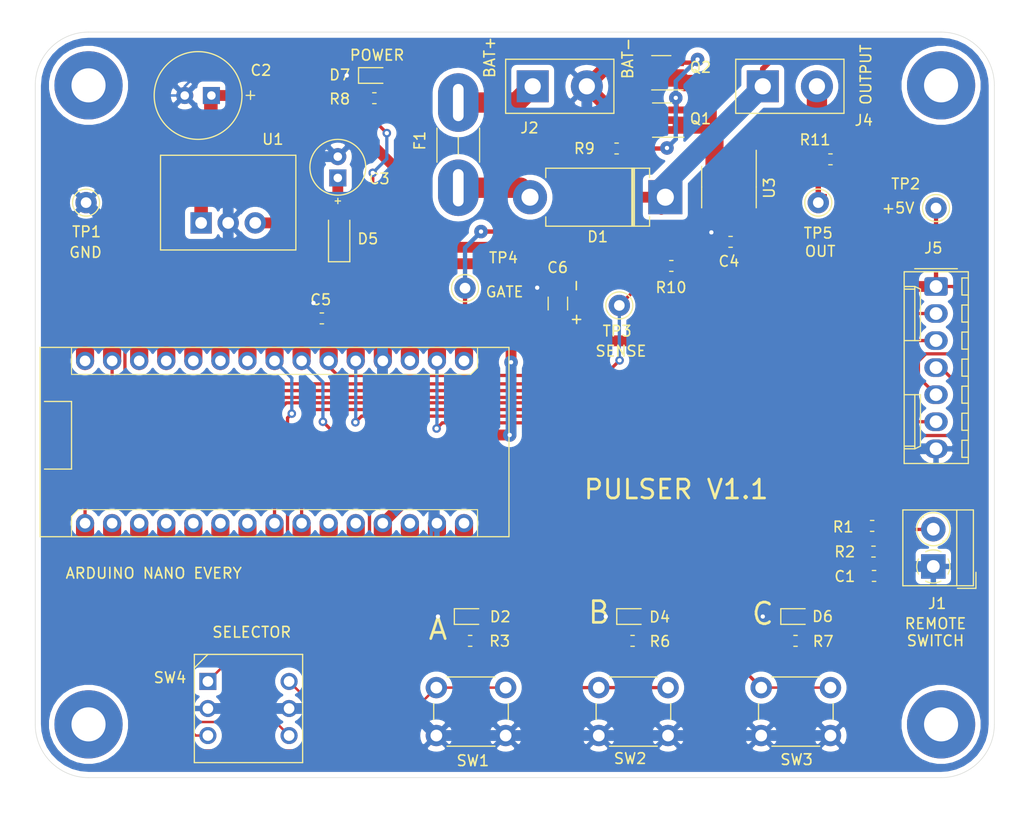
<source format=kicad_pcb>
(kicad_pcb (version 20171130) (host pcbnew "(5.1.6)-1")
  (layers (0 F.Cu signal) (31 B.Cu signal) (34 B.Paste user) (35 F.Paste user) (36 B.SilkS user) (37 F.SilkS user) (38 B.Mask user) (39 F.Mask user) (44 Edge.Cuts user))
  (net 0 "")
  (net 1 /GATE)
  (net 2 GND)
  (net 3 +5V)
  (net 4 "Net-(Q1-Pad1)")
  (net 5 /SENSE)
  (net 6 "Net-(D2-Pad2)")
  (net 7 "Net-(D4-Pad2)")
  (net 8 "Net-(D6-Pad2)")
  (net 9 "Net-(D1-Pad2)")
  (net 10 "Net-(F1-Pad1)")
  (net 11 "Net-(D7-Pad2)")
  (net 12 /LED1)
  (net 13 /LED2)
  (net 14 /LED3)
  (net 15 /ROT2)
  (net 16 /ROT8)
  (net 17 /ROT4)
  (net 18 /ROT1)
  (net 19 /SW1)
  (net 20 /SW2)
  (net 21 /SW3)
  (net 22 "Net-(C1-Pad2)")
  (net 23 "Net-(R10-Pad2)")
  (net 24 /REMOTE)
  (net 25 "Net-(J4-Pad2)")
  (net 26 /+24V)
  (net 27 "Net-(C3-Pad1)")
  (net 28 /EXT5)
  (net 29 /EXT4)
  (net 30 /EXT3)
  (net 31 /EXT2)
  (net 32 /EXT1)
  (net 33 "Net-(U2-Pad13)")
  (net 34 "Net-(U2-Pad2)")
  (net 35 "Net-(U2-Pad15)")
  (net 36 "Net-(U2-Pad28)")
  (net 37 "Net-(U2-Pad27)")
  (net 38 "Net-(U2-Pad26)")
  (net 39 "Net-(U2-Pad25)")
  (net 40 "Net-(U2-Pad24)")
  (net 41 "Net-(U2-Pad18)")
  (module pulsar:C_1206_3216Metric_Pad1.42x1.75mm_HandSolder (layer F.Cu) (at 109.0422 105.4862 90)
    (fp_text reference C6 (at 3.3782 -0.0254 180) (layer F.SilkS))
    (fp_text value "10u, 10V")
    (fp_text user - (at 1.67894 1.65608 90) (layer F.SilkS))
    (fp_text user + (at -1.49352 1.68148 90) (layer F.SilkS))
    (pad 2 smd roundrect (at 1.4875 0 90) (size 1.425 1.75) (layers F.Cu F.Paste F.Mask) (roundrect_rratio 0.175439) (net 2 GND))
    (pad 1 smd roundrect (at -1.4875 0 90) (size 1.425 1.75) (layers F.Cu F.Paste F.Mask) (roundrect_rratio 0.175439) (net 3 +5V))
  )
  (module pulsar:NANO_33_Socket_Castell (layer F.Cu) (at 82.454 118.491)
    (fp_text reference U2)
    (fp_text value Arduino-NANO-EVERY)
    (pad 11 smd oval (at 7.62 8.255 90) (size 3 1.7) (layers F.Cu F.Mask) (net 21 /SW3))
    (pad 3 smd oval (at -12.7 8.255 90) (size 3 1.7) (layers F.Cu F.Mask) (net 19 /SW1))
    (pad 5 smd oval (at -7.62 8.255 90) (size 3 1.7) (layers F.Cu F.Mask) (net 17 /ROT4))
    (pad 13 smd oval (at 12.7 8.255 90) (size 3 1.7) (layers F.Cu F.Mask) (net 33 "Net-(U2-Pad13)"))
    (pad 12 smd oval (at 10.16 8.255 90) (size 2.999999 1.7) (layers F.Cu F.Mask) (net 3 +5V))
    (pad 13 thru_hole oval (at 12.7 7.62 90) (size 1.7 1.7) (drill 1) (layers *.Cu *.Mask) (net 33 "Net-(U2-Pad13)"))
    (pad 9 thru_hole oval (at 2.54 7.62 90) (size 1.7 1.7) (drill 1) (layers *.Cu *.Mask) (net 29 /EXT4))
    (pad 8 thru_hole oval (at 0 7.62 90) (size 1.7 1.7) (drill 1) (layers *.Cu *.Mask) (net 30 /EXT3))
    (pad 1 smd oval (at -17.78 8.255 90) (size 3 1.7) (layers F.Cu F.Mask) (net 28 /EXT5))
    (pad 14 smd oval (at 15.24 8.255 90) (size 3 1.7) (layers F.Cu F.Mask) (net 2 GND))
    (pad 7 thru_hole oval (at -2.54 7.62 90) (size 1.7 1.7) (drill 1) (layers *.Cu *.Mask) (net 18 /ROT1))
    (pad 4 smd oval (at -10.16 8.255 90) (size 3 1.7) (layers F.Cu F.Mask) (net 16 /ROT8))
    (pad 10 thru_hole oval (at 5.08 7.62 90) (size 1.7 1.7) (drill 1) (layers *.Cu *.Mask) (net 20 /SW2))
    (pad 11 thru_hole oval (at 7.62 7.62 90) (size 1.7 1.7) (drill 1) (layers *.Cu *.Mask) (net 21 /SW3))
    (pad 10 smd oval (at 5.08 8.255 90) (size 3 1.7) (layers F.Cu F.Mask) (net 20 /SW2))
    (pad 9 smd oval (at 2.54 8.255 90) (size 3 1.7) (layers F.Cu F.Mask) (net 29 /EXT4))
    (pad 6 thru_hole oval (at -5.08 7.62 90) (size 1.7 1.7) (drill 1) (layers *.Cu *.Mask) (net 15 /ROT2))
    (pad 14 thru_hole oval (at 15.24 7.62 90) (size 1.7 1.7) (drill 1) (layers *.Cu *.Mask) (net 2 GND))
    (pad 5 thru_hole oval (at -7.62 7.62 90) (size 1.7 1.7) (drill 1) (layers *.Cu *.Mask) (net 17 /ROT4))
    (pad 4 thru_hole oval (at -10.16 7.62 90) (size 1.7 1.7) (drill 1) (layers *.Cu *.Mask) (net 16 /ROT8))
    (pad 3 thru_hole oval (at -12.7 7.62 90) (size 1.7 1.7) (drill 1) (layers *.Cu *.Mask) (net 19 /SW1))
    (pad 2 thru_hole oval (at -15.24 7.62 90) (size 1.7 1.7) (drill 1) (layers *.Cu *.Mask) (net 34 "Net-(U2-Pad2)"))
    (pad 1 thru_hole circle (at -17.78 7.62 90) (size 1.7 1.7) (drill 1) (layers *.Cu *.Mask) (net 28 /EXT5))
    (pad 7 smd oval (at -2.54 8.255 90) (size 3 1.7) (layers F.Cu F.Mask) (net 18 /ROT1))
    (pad 15 thru_hole oval (at 17.78 7.62 90) (size 1.7 1.7) (drill 1) (layers *.Cu *.Mask) (net 35 "Net-(U2-Pad15)"))
    (pad 6 smd oval (at -5.08 8.255 90) (size 3 1.7) (layers F.Cu F.Mask) (net 15 /ROT2))
    (pad 12 thru_hole oval (at 10.16 7.62 90) (size 1.7 1.7) (drill 1) (layers *.Cu *.Mask) (net 3 +5V))
    (pad 8 smd oval (at 0 8.255 90) (size 3 1.7) (layers F.Cu F.Mask) (net 30 /EXT3))
    (pad 15 smd oval (at 17.78 8.255 90) (size 3 1.7) (layers F.Cu F.Mask) (net 35 "Net-(U2-Pad15)"))
    (pad 2 smd oval (at -15.24 8.255 90) (size 3 1.7) (layers F.Cu F.Mask) (net 34 "Net-(U2-Pad2)"))
    (pad 30 smd oval (at -17.78 -8.255 270) (size 3 1.7) (layers F.Cu F.Mask) (net 32 /EXT1))
    (pad 29 smd oval (at -15.24 -8.255 270) (size 3 1.7) (layers F.Cu F.Mask) (net 31 /EXT2))
    (pad 28 smd oval (at -12.7 -8.255 270) (size 3 1.7) (layers F.Cu F.Mask) (net 36 "Net-(U2-Pad28)"))
    (pad 27 smd oval (at -10.16 -8.255 270) (size 3 1.7) (layers F.Cu F.Mask) (net 37 "Net-(U2-Pad27)"))
    (pad 26 smd oval (at -7.62 -8.255 270) (size 3 1.7) (layers F.Cu F.Mask) (net 38 "Net-(U2-Pad26)"))
    (pad 25 smd oval (at -5.08 -8.255 270) (size 3 1.7) (layers F.Cu F.Mask) (net 39 "Net-(U2-Pad25)"))
    (pad 24 smd oval (at -2.54 -8.255 270) (size 3 1.7) (layers F.Cu F.Mask) (net 40 "Net-(U2-Pad24)"))
    (pad 23 smd oval (at 0 -8.255 270) (size 3 1.7) (layers F.Cu F.Mask) (net 12 /LED1))
    (pad 22 smd oval (at 2.54 -8.255 270) (size 3 1.7) (layers F.Cu F.Mask) (net 13 /LED2))
    (pad 21 smd oval (at 5.08 -8.255 270) (size 3 1.7) (layers F.Cu F.Mask) (net 5 /SENSE))
    (pad 20 smd oval (at 7.62 -8.255 270) (size 3 1.7) (layers F.Cu F.Mask) (net 24 /REMOTE))
    (pad 19 smd oval (at 10.16 -8.255 270) (size 3 1.7) (layers F.Cu F.Mask) (net 2 GND))
    (pad 18 smd oval (at 12.7 -8.255 270) (size 3 1.7) (layers F.Cu F.Mask) (net 41 "Net-(U2-Pad18)"))
    (pad 17 smd oval (at 15.24 -8.255 270) (size 3 1.7) (layers F.Cu F.Mask) (net 14 /LED3))
    (pad 16 smd oval (at 17.78 -8.255 270) (size 3 1.7) (layers F.Cu F.Mask) (net 1 /GATE))
    (pad 16 thru_hole circle (at 17.78 -7.62 270) (size 1.7 1.7) (drill 1) (layers *.Cu *.Mask) (net 1 /GATE))
    (pad 17 thru_hole oval (at 15.24 -7.62 270) (size 1.7 1.7) (drill 1) (layers *.Cu *.Mask) (net 14 /LED3))
    (pad 18 thru_hole oval (at 12.7 -7.62 270) (size 1.7 1.7) (drill 1) (layers *.Cu *.Mask) (net 41 "Net-(U2-Pad18)"))
    (pad 19 thru_hole oval (at 10.16 -7.62 270) (size 1.7 1.7) (drill 1) (layers *.Cu *.Mask) (net 2 GND))
    (pad 20 thru_hole oval (at 7.62 -7.62 270) (size 1.7 1.7) (drill 1) (layers *.Cu *.Mask) (net 24 /REMOTE))
    (pad 21 thru_hole oval (at 5.08 -7.62 270) (size 1.7 1.7) (drill 1) (layers *.Cu *.Mask) (net 5 /SENSE))
    (pad 22 thru_hole oval (at 2.54 -7.62 270) (size 1.7 1.7) (drill 1) (layers *.Cu *.Mask) (net 13 /LED2))
    (pad 23 thru_hole oval (at 0 -7.62 270) (size 1.7 1.7) (drill 1) (layers *.Cu *.Mask) (net 12 /LED1))
    (pad 24 thru_hole oval (at -2.54 -7.62 270) (size 1.7 1.7) (drill 1) (layers *.Cu *.Mask) (net 40 "Net-(U2-Pad24)"))
    (pad 25 thru_hole oval (at -5.08 -7.62 270) (size 1.7 1.7) (drill 1) (layers *.Cu *.Mask) (net 39 "Net-(U2-Pad25)"))
    (pad 26 thru_hole oval (at -7.62 -7.62 270) (size 1.7 1.7) (drill 1) (layers *.Cu *.Mask) (net 38 "Net-(U2-Pad26)"))
    (pad 27 thru_hole oval (at -10.16 -7.62 270) (size 1.7 1.7) (drill 1) (layers *.Cu *.Mask) (net 37 "Net-(U2-Pad27)"))
    (pad 28 thru_hole oval (at -12.7 -7.62 270) (size 1.7 1.7) (drill 1) (layers *.Cu *.Mask) (net 36 "Net-(U2-Pad28)"))
    (pad 29 thru_hole oval (at -15.24 -7.62 270) (size 1.7 1.7) (drill 1) (layers *.Cu *.Mask) (net 31 /EXT2))
    (pad 30 thru_hole oval (at -17.78 -7.62 270) (size 1.7 1.7) (drill 1) (layers *.Cu *.Mask) (net 32 /EXT1))
  )
  (module Diode_SMD:D_SOD-123 (layer F.Cu) (at 88.519 99.314 90)
    (fp_text reference D5 (at -0.1016 2.6924 180) (layer F.SilkS))
    (fp_text value MBRX120LF-TP)
    (pad 2 smd rect (at 1.65 0 90) (size 0.9 1.2) (layers F.Cu F.Paste F.Mask) (net 27 "Net-(C3-Pad1)"))
    (pad 1 smd rect (at -1.65 0 90) (size 0.9 1.2) (layers F.Cu F.Paste F.Mask) (net 3 +5V))
  )
  (module Button_Switch_THT:SW_PUSH_6mm (layer F.Cu) (at 104.14 146.05 180)
    (fp_text reference SW1 (at 3.0734 -2.3622) (layer F.SilkS))
    (fp_text value SW_Push)
    (pad 1 thru_hole circle (at 6.5 0 270) (size 2 2) (drill 1.1) (layers *.Cu *.Mask) (net 2 GND))
    (pad 2 thru_hole circle (at 6.5 4.5 270) (size 2 2) (drill 1.1) (layers *.Cu *.Mask) (net 19 /SW1))
    (pad 1 thru_hole circle (at 0 0 270) (size 2 2) (drill 1.1) (layers *.Cu *.Mask) (net 2 GND))
    (pad 2 thru_hole circle (at 0 4.5 270) (size 2 2) (drill 1.1) (layers *.Cu *.Mask) (net 19 /SW1))
  )
  (module pulsar:Fuse_Blade_Mini_directSolder (layer F.Cu) (at 99.695 86.615 270)
    (fp_text reference F1 (at 3.5804 3.6068 270) (layer F.SilkS))
    (fp_text value 10A)
    (pad 1 thru_hole oval (at 0 0 270) (size 5.5 3.8) (drill oval 3.5 1) (layers *.Cu *.Mask) (net 10 "Net-(F1-Pad1)"))
    (pad 2 thru_hole oval (at 8 0 270) (size 5.3 3.8) (drill oval 3.5 1) (layers *.Cu *.Mask) (net 9 "Net-(D1-Pad2)"))
  )
  (module pulsar:TerminalBlock_bornier-2_P5.08mm (layer F.Cu) (at 106.68 85.09)
    (fp_text reference J2 (at -0.3048 3.9116) (layer F.SilkS))
    (fp_text value Screw_Terminal_01x02)
    (pad 1 thru_hole rect (at 0 0) (size 3 3) (drill 1.52) (layers *.Cu *.Mask) (net 10 "Net-(F1-Pad1)"))
    (pad 2 thru_hole circle (at 5.08 0) (size 3 3) (drill 1.52) (layers *.Cu *.Mask) (net 2 GND))
  )
  (module pulsar:TerminalBlock_bornier-2_P5.08mm (layer F.Cu) (at 128.27 85.09)
    (fp_text reference J4 (at 9.4742 3.2004) (layer F.SilkS))
    (fp_text value Screw_Terminal_01x02)
    (pad 1 thru_hole rect (at 0 0) (size 3 3) (drill 1.52) (layers *.Cu *.Mask) (net 26 /+24V))
    (pad 2 thru_hole circle (at 5.08 0) (size 3 3) (drill 1.52) (layers *.Cu *.Mask) (net 25 "Net-(J4-Pad2)"))
  )
  (module Resistor_SMD:R_0603_1608Metric (layer F.Cu) (at 134.62 91.948 180)
    (fp_text reference R11 (at 1.4478 1.8288) (layer F.SilkS))
    (fp_text value 5K)
    (pad 2 smd roundrect (at 0.7875 0 180) (size 0.875 0.95) (layers F.Cu F.Paste F.Mask) (net 26 /+24V))
    (pad 1 smd roundrect (at -0.7875 0 180) (size 0.875 0.95) (layers F.Cu F.Paste F.Mask) (net 25 "Net-(J4-Pad2)"))
  )
  (module pulsar:CP_Radial_D5.0mm_P2.00mm (layer F.Cu) (at 88.392 93.694 90)
    (fp_text reference C3 (at -0.0828 3.8862 180) (layer F.SilkS))
    (fp_text value "22u 10V")
    (pad 1 thru_hole rect (at 0 0 90) (size 1.6 1.6) (drill 0.8) (layers *.Cu *.Mask) (net 27 "Net-(C3-Pad1)"))
    (pad 2 thru_hole circle (at 2 0 90) (size 1.6 1.6) (drill 0.8) (layers *.Cu *.Mask) (net 2 GND))
  )
  (module pulsar:CP_Radial_D8.0mm_P2.50mm (layer F.Cu) (at 76.5302 85.9536 180)
    (fp_text reference C2 (at -4.6482 2.3622) (layer F.SilkS))
    (fp_text value "10u 50V")
    (pad 1 thru_hole rect (at 0 0 180) (size 1.6 1.6) (drill 0.8) (layers *.Cu *.Mask) (net 26 /+24V))
    (pad 2 thru_hole circle (at 2.5 0 180) (size 1.6 1.6) (drill 0.8) (layers *.Cu *.Mask) (net 2 GND))
  )
  (module pulsar:MountingHole (layer F.Cu) (at 65 85)
    (fp_text reference H4 hide)
    (fp_text value MountingHole)
    (pad 1 thru_hole circle (at 0 0) (size 6.4 6.4) (drill 3.2) (layers *.Cu *.Mask))
  )
  (module pulsar:MountingHole (layer F.Cu) (at 145 85)
    (fp_text reference H3 hide)
    (fp_text value MountingHole)
    (pad 1 thru_hole circle (at 0 0) (size 6.4 6.4) (drill 3.2) (layers *.Cu *.Mask))
  )
  (module pulsar:MountingHole (layer F.Cu) (at 145 145)
    (fp_text reference H2 hide)
    (fp_text value MountingHole)
    (pad 1 thru_hole circle (at 0 0) (size 6.4 6.4) (drill 3.2) (layers *.Cu *.Mask))
  )
  (module pulsar:MountingHole (layer F.Cu) (at 65 145)
    (fp_text reference H1 hide)
    (fp_text value MountingHole)
    (pad 1 thru_hole circle (at 0 0) (size 6.4 6.4) (drill 3.2) (layers *.Cu *.Mask))
  )
  (module pulsar:DC_DC (layer F.Cu) (at 75.565 97.917)
    (fp_text reference U1 (at 6.731 -7.8486) (layer F.SilkS))
    (fp_text value P78E05-1000)
    (pad 3 thru_hole circle (at 5.08 0) (size 2 2) (drill 1.1) (layers *.Cu *.Mask) (net 27 "Net-(C3-Pad1)"))
    (pad 2 thru_hole circle (at 2.54 0) (size 2 2) (drill 1.1) (layers *.Cu *.Mask) (net 2 GND))
    (pad 1 thru_hole rect (at 0 0) (size 2 2) (drill 1.1) (layers *.Cu *.Mask) (net 26 /+24V))
  )
  (module Diode_THT:D_DO-201AD_P12.70mm_Horizontal (layer F.Cu) (at 119.126 95.504 180)
    (fp_text reference D1 (at 6.35 -3.72) (layer F.SilkS))
    (fp_text value SB2060TA)
    (pad 2 thru_hole oval (at 12.7 0 180) (size 3.2 3.2) (drill 1.6) (layers *.Cu *.Mask) (net 9 "Net-(D1-Pad2)"))
    (pad 1 thru_hole rect (at 0 0 180) (size 3.2 3.2) (drill 1.6) (layers *.Cu *.Mask) (net 26 /+24V))
  )
  (module Package_SO:SOIC-8_3.9x4.9mm_P1.27mm (layer F.Cu) (at 125.095 94.55 270)
    (fp_text reference U3 (at 0.0904 -3.7846 90) (layer F.SilkS))
    (fp_text value ACS723LLCTR-10AU-T)
    (pad 8 smd roundrect (at 2.475 -1.905 270) (size 1.95 0.6) (layers F.Cu F.Paste F.Mask) (net 3 +5V))
    (pad 7 smd roundrect (at 2.475 -0.635 270) (size 1.95 0.6) (layers F.Cu F.Paste F.Mask) (net 23 "Net-(R10-Pad2)"))
    (pad 6 smd roundrect (at 2.475 0.635 270) (size 1.95 0.6) (layers F.Cu F.Paste F.Mask) (net 3 +5V))
    (pad 5 smd roundrect (at 2.475 1.905 270) (size 1.95 0.6) (layers F.Cu F.Paste F.Mask) (net 2 GND))
    (pad 4 smd roundrect (at -2.475 1.905 270) (size 1.95 0.6) (layers F.Cu F.Paste F.Mask) (net 4 "Net-(Q1-Pad1)"))
    (pad 3 smd roundrect (at -2.475 0.635 270) (size 1.95 0.6) (layers F.Cu F.Paste F.Mask) (net 4 "Net-(Q1-Pad1)"))
    (pad 2 smd roundrect (at -2.475 -0.635 270) (size 1.95 0.6) (layers F.Cu F.Paste F.Mask) (net 25 "Net-(J4-Pad2)"))
    (pad 1 smd roundrect (at -2.475 -1.905 270) (size 1.95 0.6) (layers F.Cu F.Paste F.Mask) (net 25 "Net-(J4-Pad2)"))
  )
  (module pulsar:TERMINAL_SMALL (layer F.Cu) (at 144.272 130.175 90)
    (fp_text reference J1 (at -3.4798 0.3556) (layer F.SilkS))
    (fp_text value Screw_Terminal_01x02)
    (pad 2 thru_hole circle (at 3.5 0 90) (size 2.3 2.3) (drill 1.2) (layers *.Cu *.Mask) (net 22 "Net-(C1-Pad2)"))
    (pad 1 thru_hole rect (at 0 0 90) (size 2.3 2.3) (drill 1.2) (layers *.Cu *.Mask) (net 2 GND))
  )
  (module Capacitor_SMD:C_0603_1608Metric (layer F.Cu) (at 125.2475 99.695 180)
    (fp_text reference C4 (at 0.1525 -1.8288) (layer F.SilkS))
    (fp_text value C_Small)
    (pad 2 smd roundrect (at 0.7875 0 180) (size 0.875 0.95) (layers F.Cu F.Paste F.Mask) (net 2 GND))
    (pad 1 smd roundrect (at -0.7875 0 180) (size 0.875 0.95) (layers F.Cu F.Paste F.Mask) (net 3 +5V))
  )
  (module Capacitor_SMD:C_0603_1608Metric (layer F.Cu) (at 138.7095 131.064 180)
    (fp_text reference C1 (at 2.7433 -0.0508) (layer F.SilkS))
    (fp_text value 1u)
    (pad 2 smd roundrect (at 0.7875 0 180) (size 0.875 0.95) (layers F.Cu F.Paste F.Mask) (net 22 "Net-(C1-Pad2)"))
    (pad 1 smd roundrect (at -0.7875 0 180) (size 0.875 0.95) (layers F.Cu F.Paste F.Mask) (net 2 GND))
  )
  (module Connector_Molex:Molex_KK-254_AE-6410-07A_1x07_P2.54mm_Vertical (layer F.Cu) (at 144.526 103.886 270)
    (fp_text reference J5 (at -3.6068 0.254 180) (layer F.SilkS))
    (fp_text value Conn_01x07_Male)
    (pad 7 thru_hole oval (at 15.24 0 270) (size 1.74 2.19) (drill 1.19) (layers *.Cu *.Mask) (net 2 GND))
    (pad 6 thru_hole oval (at 12.7 0 270) (size 1.74 2.19) (drill 1.19) (layers *.Cu *.Mask) (net 28 /EXT5))
    (pad 5 thru_hole oval (at 10.16 0 270) (size 1.74 2.19) (drill 1.19) (layers *.Cu *.Mask) (net 29 /EXT4))
    (pad 4 thru_hole oval (at 7.62 0 270) (size 1.74 2.19) (drill 1.19) (layers *.Cu *.Mask) (net 30 /EXT3))
    (pad 3 thru_hole oval (at 5.08 0 270) (size 1.74 2.19) (drill 1.19) (layers *.Cu *.Mask) (net 31 /EXT2))
    (pad 2 thru_hole oval (at 2.54 0 270) (size 1.74 2.19) (drill 1.19) (layers *.Cu *.Mask) (net 32 /EXT1))
    (pad 1 thru_hole roundrect (at 0 0 270) (size 1.74 2.19) (drill 1.19) (layers *.Cu *.Mask) (roundrect_rratio 0.143678) (net 3 +5V))
  )
  (module Button_Switch_THT:SW_PUSH_6mm (layer F.Cu) (at 134.62 146.05 180)
    (fp_text reference SW3 (at 3.175 -2.2606) (layer F.SilkS))
    (fp_text value SW_Push)
    (pad 1 thru_hole circle (at 6.5 0 270) (size 2 2) (drill 1.1) (layers *.Cu *.Mask) (net 2 GND))
    (pad 2 thru_hole circle (at 6.5 4.5 270) (size 2 2) (drill 1.1) (layers *.Cu *.Mask) (net 21 /SW3))
    (pad 1 thru_hole circle (at 0 0 270) (size 2 2) (drill 1.1) (layers *.Cu *.Mask) (net 2 GND))
    (pad 2 thru_hole circle (at 0 4.5 270) (size 2 2) (drill 1.1) (layers *.Cu *.Mask) (net 21 /SW3))
  )
  (module Button_Switch_THT:SW_PUSH_6mm (layer F.Cu) (at 119.38 146.05 180)
    (fp_text reference SW2 (at 3.556 -2.159) (layer F.SilkS))
    (fp_text value SW_Push)
    (pad 1 thru_hole circle (at 6.5 0 270) (size 2 2) (drill 1.1) (layers *.Cu *.Mask) (net 2 GND))
    (pad 2 thru_hole circle (at 6.5 4.5 270) (size 2 2) (drill 1.1) (layers *.Cu *.Mask) (net 20 /SW2))
    (pad 1 thru_hole circle (at 0 0 270) (size 2 2) (drill 1.1) (layers *.Cu *.Mask) (net 2 GND))
    (pad 2 thru_hole circle (at 0 4.5 270) (size 2 2) (drill 1.1) (layers *.Cu *.Mask) (net 20 /SW2))
  )
  (module pulsar:ROTARY2 (layer F.Cu) (at 76.2 140.97)
    (fp_text reference SW4 (at -3.556 -0.3556) (layer F.SilkS))
    (fp_text value SW_Coded_SH-7010)
    (pad 2 thru_hole oval (at 7.62 5.08) (size 1.6 1.6) (drill 1) (layers *.Cu *.Mask) (net 15 /ROT2))
    (pad C thru_hole oval (at 7.62 2.54) (size 1.6 1.6) (drill 1) (layers *.Cu *.Mask) (net 2 GND))
    (pad 8 thru_hole oval (at 7.62 0) (size 1.6 1.6) (drill 1) (layers *.Cu *.Mask) (net 16 /ROT8))
    (pad 4 thru_hole oval (at 0 5.08) (size 1.6 1.6) (drill 1) (layers *.Cu *.Mask) (net 17 /ROT4))
    (pad C thru_hole oval (at 0 2.54) (size 1.6 1.6) (drill 1) (layers *.Cu *.Mask) (net 2 GND))
    (pad 1 thru_hole rect (at 0 0) (size 1.6 1.6) (drill 1) (layers *.Cu *.Mask) (net 18 /ROT1))
  )
  (module Resistor_SMD:R_0603_1608Metric (layer F.Cu) (at 119.6848 101.9556)
    (fp_text reference R10 (at -0.0254 2.032) (layer F.SilkS))
    (fp_text value R_Small_US)
    (pad 2 smd roundrect (at 0.7875 0) (size 0.875 0.95) (layers F.Cu F.Paste F.Mask) (net 23 "Net-(R10-Pad2)"))
    (pad 1 smd roundrect (at -0.7875 0) (size 0.875 0.95) (layers F.Cu F.Paste F.Mask) (net 5 /SENSE))
  )
  (module Resistor_SMD:R_0603_1608Metric (layer F.Cu) (at 114.554 90.932)
    (fp_text reference R9 (at -3.0225 0) (layer F.SilkS))
    (fp_text value 5K)
    (pad 2 smd roundrect (at 0.7875 0) (size 0.875 0.95) (layers F.Cu F.Paste F.Mask) (net 1 /GATE))
    (pad 1 smd roundrect (at -0.7875 0) (size 0.875 0.95) (layers F.Cu F.Paste F.Mask) (net 2 GND))
  )
  (module Resistor_SMD:R_0603_1608Metric (layer F.Cu) (at 91.821 86.2076)
    (fp_text reference R8 (at -3.2512 0.0762) (layer F.SilkS))
    (fp_text value 2K)
    (pad 2 smd roundrect (at 0.7875 0) (size 0.875 0.95) (layers F.Cu F.Paste F.Mask) (net 11 "Net-(D7-Pad2)"))
    (pad 1 smd roundrect (at -0.7875 0) (size 0.875 0.95) (layers F.Cu F.Paste F.Mask) (net 3 +5V))
  )
  (module Package_TO_SOT_SMD:SOT-23-6_Handsoldering (layer F.Cu) (at 118.825 88.265 180)
    (fp_text reference Q2 (at -3.603 4.953) (layer F.SilkS))
    (fp_text value DMN1019UVT-7)
    (pad 5 smd rect (at 1.35 0 180) (size 1.56 0.65) (layers F.Cu F.Paste F.Mask) (net 4 "Net-(Q1-Pad1)"))
    (pad 6 smd rect (at 1.35 -0.95 180) (size 1.56 0.65) (layers F.Cu F.Paste F.Mask) (net 4 "Net-(Q1-Pad1)"))
    (pad 4 smd rect (at 1.35 0.95 180) (size 1.56 0.65) (layers F.Cu F.Paste F.Mask) (net 2 GND))
    (pad 3 smd rect (at -1.35 0.95 180) (size 1.56 0.65) (layers F.Cu F.Paste F.Mask) (net 1 /GATE))
    (pad 2 smd rect (at -1.35 0 180) (size 1.56 0.65) (layers F.Cu F.Paste F.Mask) (net 4 "Net-(Q1-Pad1)"))
    (pad 1 smd rect (at -1.35 -0.95 180) (size 1.56 0.65) (layers F.Cu F.Paste F.Mask) (net 4 "Net-(Q1-Pad1)"))
  )
  (module LED_SMD:LED_0603_1608Metric (layer F.Cu) (at 91.821 84.074)
    (fp_text reference D7 (at -3.2512 -0.0508) (layer F.SilkS))
    (fp_text value LED)
    (pad 2 smd roundrect (at 0.7875 0) (size 0.875 0.95) (layers F.Cu F.Paste F.Mask) (net 11 "Net-(D7-Pad2)"))
    (pad 1 smd roundrect (at -0.7875 0) (size 0.875 0.95) (layers F.Cu F.Paste F.Mask) (net 2 GND))
  )
  (module pulsar:Testpoint (layer F.Cu) (at 133.477 96.012)
    (fp_text reference TP5 (at 0 2.8702) (layer F.SilkS))
    (fp_text value TestPoint)
    (pad 1 thru_hole circle (at 0 0) (size 2 2) (drill 1) (layers *.Cu *.Mask) (net 25 "Net-(J4-Pad2)"))
  )
  (module Package_TO_SOT_SMD:SOT-23-6_Handsoldering (layer F.Cu) (at 118.745 83.82 180)
    (fp_text reference Q1 (at -3.683 -4.318) (layer F.SilkS))
    (fp_text value DMN1019UVT-7)
    (pad 5 smd rect (at 1.35 0 180) (size 1.56 0.65) (layers F.Cu F.Paste F.Mask) (net 4 "Net-(Q1-Pad1)"))
    (pad 6 smd rect (at 1.35 -0.95 180) (size 1.56 0.65) (layers F.Cu F.Paste F.Mask) (net 4 "Net-(Q1-Pad1)"))
    (pad 4 smd rect (at 1.35 0.95 180) (size 1.56 0.65) (layers F.Cu F.Paste F.Mask) (net 2 GND))
    (pad 3 smd rect (at -1.35 0.95 180) (size 1.56 0.65) (layers F.Cu F.Paste F.Mask) (net 1 /GATE))
    (pad 2 smd rect (at -1.35 0 180) (size 1.56 0.65) (layers F.Cu F.Paste F.Mask) (net 4 "Net-(Q1-Pad1)"))
    (pad 1 smd rect (at -1.35 -0.95 180) (size 1.56 0.65) (layers F.Cu F.Paste F.Mask) (net 4 "Net-(Q1-Pad1)"))
  )
  (module pulsar:Testpoint (layer F.Cu) (at 100.33 104.0384)
    (fp_text reference TP4 (at 3.6068 -2.8448) (layer F.SilkS))
    (fp_text value TestPoint)
    (pad 1 thru_hole circle (at 0 0) (size 2 2) (drill 1) (layers *.Cu *.Mask) (net 1 /GATE))
  )
  (module pulsar:Testpoint (layer F.Cu) (at 144.526 96.52)
    (fp_text reference TP2 (at -2.8448 -2.2606) (layer F.SilkS))
    (fp_text value TestPoint)
    (pad 1 thru_hole circle (at 0 0) (size 2 2) (drill 1) (layers *.Cu *.Mask) (net 3 +5V))
  )
  (module pulsar:Testpoint (layer F.Cu) (at 64.77 96.012)
    (fp_text reference TP1 (at 0.0508 2.7432) (layer F.SilkS))
    (fp_text value TestPoint)
    (pad 1 thru_hole circle (at 0 0) (size 2 2) (drill 1) (layers *.Cu *.Mask) (net 2 GND))
  )
  (module Resistor_SMD:R_0603_1608Metric (layer F.Cu) (at 116.0525 137.16)
    (fp_text reference R6 (at 2.5655 0.0508) (layer F.SilkS))
    (fp_text value 2K)
    (pad 2 smd roundrect (at 0.7875 0) (size 0.875 0.95) (layers F.Cu F.Paste F.Mask) (net 7 "Net-(D4-Pad2)"))
    (pad 1 smd roundrect (at -0.7875 0) (size 0.875 0.95) (layers F.Cu F.Paste F.Mask) (net 13 /LED2))
  )
  (module Resistor_SMD:R_0603_1608Metric (layer F.Cu) (at 138.6585 128.778 180)
    (fp_text reference R2 (at 2.6923 -0.0254) (layer F.SilkS))
    (fp_text value 5K)
    (pad 2 smd roundrect (at 0.7875 0 180) (size 0.875 0.95) (layers F.Cu F.Paste F.Mask) (net 24 /REMOTE))
    (pad 1 smd roundrect (at -0.7875 0 180) (size 0.875 0.95) (layers F.Cu F.Paste F.Mask) (net 22 "Net-(C1-Pad2)"))
  )
  (module Resistor_SMD:R_0603_1608Metric (layer F.Cu) (at 131.3435 137.16)
    (fp_text reference R7 (at 2.5907 0.0508) (layer F.SilkS))
    (fp_text value 2K)
    (pad 2 smd roundrect (at 0.7875 0) (size 0.875 0.95) (layers F.Cu F.Paste F.Mask) (net 8 "Net-(D6-Pad2)"))
    (pad 1 smd roundrect (at -0.7875 0) (size 0.875 0.95) (layers F.Cu F.Paste F.Mask) (net 14 /LED3))
  )
  (module Resistor_SMD:R_0603_1608Metric (layer F.Cu) (at 138.5315 126.365)
    (fp_text reference R1 (at -2.7177 0.1016) (layer F.SilkS))
    (fp_text value 500R)
    (pad 2 smd roundrect (at 0.7875 0) (size 0.875 0.95) (layers F.Cu F.Paste F.Mask) (net 3 +5V))
    (pad 1 smd roundrect (at -0.7875 0) (size 0.875 0.95) (layers F.Cu F.Paste F.Mask) (net 22 "Net-(C1-Pad2)"))
  )
  (module LED_SMD:LED_0603_1608Metric (layer F.Cu) (at 131.445 134.874)
    (fp_text reference D6 (at 2.4384 0) (layer F.SilkS))
    (fp_text value LED hide)
    (pad 2 smd roundrect (at 0.7875 0) (size 0.875 0.95) (layers F.Cu F.Paste F.Mask) (net 8 "Net-(D6-Pad2)"))
    (pad 1 smd roundrect (at -0.7875 0) (size 0.875 0.95) (layers F.Cu F.Paste F.Mask) (net 2 GND))
  )
  (module LED_SMD:LED_0603_1608Metric (layer F.Cu) (at 116.0525 134.874)
    (fp_text reference D4 (at 2.5401 0.0508) (layer F.SilkS))
    (fp_text value LED hide)
    (pad 2 smd roundrect (at 0.7875 0) (size 0.875 0.95) (layers F.Cu F.Paste F.Mask) (net 7 "Net-(D4-Pad2)"))
    (pad 1 smd roundrect (at -0.7875 0) (size 0.875 0.95) (layers F.Cu F.Paste F.Mask) (net 2 GND))
  )
  (module LED_SMD:LED_0603_1608Metric (layer F.Cu) (at 100.8125 134.874)
    (fp_text reference D2 (at 2.8195 0.0254) (layer F.SilkS))
    (fp_text value LED hide)
    (pad 2 smd roundrect (at 0.7875 0) (size 0.875 0.95) (layers F.Cu F.Paste F.Mask) (net 6 "Net-(D2-Pad2)"))
    (pad 1 smd roundrect (at -0.7875 0) (size 0.875 0.95) (layers F.Cu F.Paste F.Mask) (net 2 GND))
  )
  (module Capacitor_SMD:C_0603_1608Metric (layer F.Cu) (at 86.8935 106.8832 180)
    (fp_text reference C5 (at 0.1017 1.7526) (layer F.SilkS))
    (fp_text value C_Small)
    (pad 2 smd roundrect (at 0.7875 0 180) (size 0.875 0.95) (layers F.Cu F.Paste F.Mask) (net 2 GND))
    (pad 1 smd roundrect (at -0.7875 0 180) (size 0.875 0.95) (layers F.Cu F.Paste F.Mask) (net 5 /SENSE))
  )
  (module pulsar:Testpoint (layer F.Cu) (at 114.808 105.664)
    (fp_text reference TP3 (at -0.2032 2.413) (layer F.SilkS))
    (fp_text value TestPoint)
    (pad 1 thru_hole circle (at 0 0) (size 2 2) (drill 1) (layers *.Cu *.Mask) (net 5 /SENSE))
  )
  (module Resistor_SMD:R_0603_1608Metric (layer F.Cu) (at 100.8125 137.16)
    (fp_text reference R3 (at 2.7687 0.0254) (layer F.SilkS))
    (fp_text value 2K)
    (pad 2 smd roundrect (at 0.7875 0) (size 0.875 0.95) (layers F.Cu F.Paste F.Mask) (net 6 "Net-(D2-Pad2)"))
    (pad 1 smd roundrect (at -0.7875 0) (size 0.875 0.95) (layers F.Cu F.Paste F.Mask) (net 12 /LED1))
  )
  (gr_text "PULSER V1.1" (at 120.142 122.936) (layer F.SilkS) (effects (font (size 1.778 1.778) (thickness 0.254))))
  (gr_text GND (at 64.7192 100.6856) (layer F.SilkS) (effects (font (size 1 1))))
  (gr_text C (at 128.27 134.62) (layer F.SilkS) (effects (font (size 2.032 2.032) (thickness 0.254))))
  (gr_text B (at 112.903 134.493) (layer F.SilkS) (effects (font (size 2.032 2.032) (thickness 0.254))))
  (gr_text A (at 97.79 136.017) (layer F.SilkS) (effects (font (size 2.032 2.032) (thickness 0.254))))
  (gr_text SELECTOR (at 80.3148 136.3472) (layer F.SilkS) (effects (font (size 1 1))))
  (gr_text "REMOTE\nSWITCH" (at 144.4752 136.3472) (layer F.SilkS) (effects (font (size 1 1))))
  (gr_text "ARDUINO NANO EVERY" (at 71.12 130.81) (layer F.SilkS) (effects (font (size 1 1))))
  (gr_text GATE (at 104.0384 104.394) (layer F.SilkS) (effects (font (size 1 1))))
  (gr_text SENSE (at 114.9604 109.9566) (layer F.SilkS) (effects (font (size 1 1))))
  (gr_text +5V (at 140.97 96.52) (layer F.SilkS) (effects (font (size 1 1))))
  (gr_text OUT (at 133.6548 100.584) (layer F.SilkS) (effects (font (size 1 1))))
  (gr_text OUTPUT (at 137.9474 83.9978 90) (layer F.SilkS) (effects (font (size 1 1))))
  (gr_text BAT- (at 115.5954 82.4738 90) (layer F.SilkS) (effects (font (size 1 1))))
  (gr_text BAT+ (at 102.6414 82.3722 90) (layer F.SilkS) (effects (font (size 1 1))))
  (gr_text POWER (at 92.075 82.169) (layer F.SilkS) (effects (font (size 1 1))))
  (gr_arc (start 65 85) (end 65 80) (angle -90) (layer Edge.Cuts) (width 0.05))
  (gr_arc (start 145 85) (end 150 85) (angle -90) (layer Edge.Cuts) (width 0.05))
  (gr_arc (start 145 145) (end 145 150) (angle -90) (layer Edge.Cuts) (width 0.05))
  (gr_arc (start 65 145) (end 60 145) (angle -90) (layer Edge.Cuts) (width 0.05))
  (gr_line (start 60 85) (end 60 145) (layer Edge.Cuts) (width 0.05))
  (gr_line (start 145 80) (end 65 80) (layer Edge.Cuts) (width 0.05))
  (gr_line (start 150 145) (end 150 85) (layer Edge.Cuts) (width 0.05))
  (gr_line (start 65 150) (end 145 150) (layer Edge.Cuts) (width 0.05))
  (segment (start 120.095 82.87) (end 120.095 82.63) (width 0.25) (layer F.Cu) (net 1))
  (segment (start 120.095 82.87) (end 119.7 82.87) (width 0.25) (layer F.Cu) (net 1))
  (segment (start 120.175 87.315) (end 119.7 87.315) (width 0.25) (layer F.Cu) (net 1))
  (segment (start 120.095 82.87) (end 119.827 82.87) (width 0.2286) (layer F.Cu) (net 1))
  (segment (start 120.175 87.315) (end 119.827 87.315) (width 0.2286) (layer F.Cu) (net 1))
  (segment (start 120.175 87.315) (end 120.175 86.138994) (width 0.4064) (layer F.Cu) (net 1))
  (segment (start 100.33 110.775) (end 100.234 110.871) (width 0.3048) (layer F.Cu) (net 1))
  (segment (start 120.175 86.138994) (end 120.140606 86.138994) (width 0.2286) (layer F.Cu) (net 1))
  (segment (start 120.140606 86.138994) (end 120.105622 86.173978) (width 0.2286) (layer F.Cu) (net 1))
  (segment (start 120.105622 84.618378) (end 122.1486 82.5754) (width 0.4064) (layer B.Cu) (net 1))
  (segment (start 119.827 82.87) (end 121.854 82.87) (width 0.4064) (layer F.Cu) (net 1))
  (segment (start 120.105622 86.173978) (end 120.105622 84.618378) (width 0.4064) (layer B.Cu) (net 1))
  (via (at 120.105622 86.173978) (size 1.27) (drill 0.4) (layers F.Cu B.Cu) (net 1))
  (segment (start 121.854 82.87) (end 122.1486 82.5754) (width 0.4064) (layer F.Cu) (net 1))
  (via (at 122.1486 82.5754) (size 1.27) (drill 0.4) (layers F.Cu B.Cu) (net 1))
  (via (at 119.2784 90.8812) (size 1.27) (drill 0.4) (layers F.Cu B.Cu) (net 1))
  (segment (start 120.105622 90.053978) (end 119.2784 90.8812) (width 0.4064) (layer B.Cu) (net 1))
  (segment (start 119.2276 90.932) (end 119.2784 90.8812) (width 0.4064) (layer F.Cu) (net 1))
  (segment (start 120.105622 86.173978) (end 120.105622 90.053978) (width 0.4064) (layer B.Cu) (net 1))
  (segment (start 115.3415 90.932) (end 119.2276 90.932) (width 0.4064) (layer F.Cu) (net 1))
  (segment (start 115.3415 90.932) (end 115.3415 91.407) (width 0.4064) (layer F.Cu) (net 1))
  (segment (start 115.3415 91.407) (end 108.0187 98.7298) (width 0.4064) (layer F.Cu) (net 1))
  (via (at 101.8286 98.7298) (size 1.27) (drill 0.4) (layers F.Cu B.Cu) (net 1))
  (segment (start 108.0187 98.7298) (end 101.8286 98.7298) (width 0.4064) (layer F.Cu) (net 1))
  (segment (start 101.8286 98.7552) (end 101.8286 98.7298) (width 0.4064) (layer B.Cu) (net 1))
  (segment (start 100.33 104.0384) (end 100.33 100.2538) (width 0.4064) (layer B.Cu) (net 1))
  (segment (start 100.33 100.2538) (end 101.8286 98.7552) (width 0.4064) (layer B.Cu) (net 1))
  (segment (start 100.33 104.0384) (end 100.33 110.775) (width 0.4064) (layer F.Cu) (net 1))
  (segment (start 114.2746 82.5754) (end 111.76 85.09) (width 1.27) (layer F.Cu) (net 2))
  (segment (start 117.5766 82.5754) (end 114.2746 82.5754) (width 1.27) (layer F.Cu) (net 2))
  (segment (start 113.7158 87.0458) (end 111.76 85.09) (width 1.27) (layer F.Cu) (net 2))
  (segment (start 117.6782 87.0458) (end 113.7158 87.0458) (width 1.27) (layer F.Cu) (net 2))
  (segment (start 123.19 98.425) (end 124.3965 99.6315) (width 0.3048) (layer F.Cu) (net 2))
  (segment (start 123.19 97.025) (end 123.19 98.425) (width 0.3048) (layer F.Cu) (net 2))
  (segment (start 124.3965 99.6315) (end 124.46 99.695) (width 0.3048) (layer F.Cu) (net 2))
  (segment (start 123.187 97.028) (end 123.19 97.025) (width 0.2286) (layer F.Cu) (net 2))
  (segment (start 113.741 87.071) (end 113.7158 87.0458) (width 0.2286) (layer F.Cu) (net 2))
  (segment (start 113.741 90.9065) (end 113.741 87.071) (width 0.508) (layer F.Cu) (net 2))
  (segment (start 113.7665 90.932) (end 113.741 90.9065) (width 0.508) (layer F.Cu) (net 2))
  (segment (start 134.62 146.05) (end 97.64 146.05) (width 1.016) (layer B.Cu) (net 2))
  (segment (start 95.1 143.51) (end 97.64 146.05) (width 1.016) (layer B.Cu) (net 2))
  (segment (start 76.2 143.51) (end 83.82 143.51) (width 1.016) (layer B.Cu) (net 2))
  (segment (start 70.263 89.9094) (end 71.9328 88.2396) (width 0.2286) (layer B.Cu) (net 2))
  (segment (start 71.9328 85.9536) (end 74.0302 85.9536) (width 0.2286) (layer B.Cu) (net 2))
  (segment (start 70.263 98.076) (end 70.263 89.9094) (width 0.2286) (layer B.Cu) (net 2))
  (segment (start 70.263 98.076) (end 66.834 98.076) (width 1.016) (layer B.Cu) (net 2))
  (segment (start 66.834 98.076) (end 64.77 96.012) (width 1.016) (layer B.Cu) (net 2))
  (via (at 123.444 98.806) (size 0.8) (drill 0.4) (layers F.Cu B.Cu) (net 2))
  (segment (start 123.444 105.3592) (end 123.3932 105.41) (width 0.2286) (layer B.Cu) (net 2))
  (segment (start 123.3932 105.41) (end 119.126 105.41) (width 1.016) (layer B.Cu) (net 2))
  (segment (start 119.126 105.41) (end 116.205 102.489) (width 1.016) (layer B.Cu) (net 2))
  (segment (start 123.444 98.806) (end 123.444 105.3592) (width 0.2286) (layer B.Cu) (net 2))
  (segment (start 90.805 102.997) (end 94.234 99.568) (width 1.016) (layer B.Cu) (net 2))
  (segment (start 111.252 97.282) (end 108.712 99.822) (width 1.016) (layer B.Cu) (net 2))
  (segment (start 111.76 85.09) (end 111.76 98.044) (width 1.016) (layer B.Cu) (net 2))
  (segment (start 139.954 118.999) (end 123.3932 105.41) (width 1.016) (layer B.Cu) (net 2))
  (segment (start 140.081 119.126) (end 139.954 118.999) (width 1.016) (layer B.Cu) (net 2))
  (segment (start 144.526 119.126) (end 140.081 119.126) (width 1.016) (layer B.Cu) (net 2))
  (segment (start 140.081 119.126) (end 140.081 130.302) (width 1.016) (layer B.Cu) (net 2))
  (segment (start 140.208 130.175) (end 144.272 130.175) (width 1.016) (layer B.Cu) (net 2))
  (segment (start 140.081 130.302) (end 140.208 130.175) (width 1.016) (layer B.Cu) (net 2))
  (segment (start 93.218 139.954) (end 93.218 143.51) (width 0.3048) (layer B.Cu) (net 2))
  (segment (start 97.155 136.017) (end 93.218 139.954) (width 0.3048) (layer B.Cu) (net 2))
  (segment (start 83.82 143.51) (end 93.218 143.51) (width 1.016) (layer B.Cu) (net 2))
  (segment (start 93.218 143.51) (end 95.1 143.51) (width 1.016) (layer B.Cu) (net 2))
  (segment (start 130.6575 134.874) (end 128.27 134.874) (width 0.3048) (layer F.Cu) (net 2))
  (segment (start 128.27 134.874) (end 128.27 134.874) (width 0.3048) (layer F.Cu) (net 2))
  (via (at 128.27 134.874) (size 0.8) (drill 0.4) (layers F.Cu B.Cu) (net 2))
  (segment (start 115.265 134.874) (end 113.538 134.874) (width 0.3048) (layer F.Cu) (net 2))
  (segment (start 100.025 134.874) (end 97.79 134.874) (width 0.3048) (layer F.Cu) (net 2))
  (segment (start 97.79 134.874) (end 97.79 134.874) (width 0.3048) (layer F.Cu) (net 2))
  (via (at 97.79 134.874) (size 0.8) (drill 0.4) (layers F.Cu B.Cu) (net 2))
  (segment (start 113.538 134.874) (end 113.538 134.874) (width 0.3048) (layer F.Cu) (net 2))
  (via (at 113.538 134.874) (size 0.8) (drill 0.4) (layers F.Cu B.Cu) (net 2))
  (segment (start 97.79 134.874) (end 97.282 134.874) (width 0.3048) (layer B.Cu) (net 2))
  (segment (start 97.282 134.874) (end 97.155 135.001) (width 0.3048) (layer B.Cu) (net 2))
  (segment (start 97.155 124.841) (end 97.155 135.001) (width 0.3048) (layer B.Cu) (net 2))
  (segment (start 97.155 135.001) (end 97.155 136.017) (width 0.3048) (layer B.Cu) (net 2))
  (segment (start 97.79 134.874) (end 113.538 134.874) (width 0.3048) (layer B.Cu) (net 2))
  (segment (start 113.538 134.874) (end 128.27 134.874) (width 0.3048) (layer B.Cu) (net 2))
  (segment (start 116.205 102.489) (end 115.189 101.473) (width 1.016) (layer B.Cu) (net 2))
  (segment (start 115.189 101.473) (end 111.76 98.044) (width 1.016) (layer B.Cu) (net 2))
  (segment (start 70.263 98.076) (end 71.66 98.076) (width 1.016) (layer B.Cu) (net 2))
  (segment (start 71.66 98.076) (end 76.581 102.997) (width 1.016) (layer B.Cu) (net 2))
  (segment (start 78.105 102.489) (end 77.597 102.997) (width 1.016) (layer B.Cu) (net 2))
  (segment (start 78.105 97.917) (end 78.105 102.489) (width 1.016) (layer B.Cu) (net 2))
  (segment (start 76.581 102.997) (end 77.597 102.997) (width 1.016) (layer B.Cu) (net 2))
  (segment (start 78.105 97.917) (end 78.105 95.631) (width 1.016) (layer B.Cu) (net 2))
  (segment (start 82.042 91.694) (end 88.392 91.694) (width 1.016) (layer B.Cu) (net 2))
  (segment (start 78.105 95.631) (end 82.042 91.694) (width 1.016) (layer B.Cu) (net 2))
  (segment (start 71.9328 85.9536) (end 71.9328 88.0872) (width 0.3048) (layer B.Cu) (net 2))
  (segment (start 92.583 119.38) (end 92.583 110.902) (width 1.016) (layer B.Cu) (net 2))
  (segment (start 97.409 126.111) (end 97.409 124.206) (width 1.016) (layer B.Cu) (net 2))
  (segment (start 92.583 110.902) (end 92.614 110.871) (width 1.016) (layer B.Cu) (net 2))
  (segment (start 97.409 124.206) (end 92.583 119.38) (width 1.016) (layer B.Cu) (net 2))
  (segment (start 92.583 110.205) (end 92.614 110.236) (width 1.016) (layer B.Cu) (net 2))
  (segment (start 92.583 105.537) (end 92.583 110.205) (width 1.016) (layer B.Cu) (net 2))
  (segment (start 90.805 102.997) (end 90.805 103.759) (width 1.016) (layer B.Cu) (net 2))
  (segment (start 90.805 103.759) (end 92.583 105.537) (width 1.016) (layer B.Cu) (net 2))
  (segment (start 139.497 131.064) (end 140.2334 131.064) (width 0.3048) (layer F.Cu) (net 2))
  (segment (start 141.1224 130.175) (end 144.272 130.175) (width 0.3048) (layer F.Cu) (net 2))
  (segment (start 140.2334 131.064) (end 141.1224 130.175) (width 0.3048) (layer F.Cu) (net 2))
  (segment (start 86.106 106.8832) (end 86.106 105.4354) (width 0.3048) (layer F.Cu) (net 2))
  (segment (start 86.106 105.4354) (end 86.106 105.4354) (width 0.3048) (layer F.Cu) (net 2))
  (via (at 86.106 105.4354) (size 0.8) (drill 0.4) (layers F.Cu B.Cu) (net 2))
  (segment (start 86.106 105.4354) (end 86.106 103.0224) (width 0.3048) (layer B.Cu) (net 2))
  (segment (start 86.106 103.0224) (end 86.0806 102.997) (width 0.3048) (layer B.Cu) (net 2))
  (segment (start 77.597 102.997) (end 86.0806 102.997) (width 1.016) (layer B.Cu) (net 2))
  (segment (start 86.0806 102.997) (end 90.805 102.997) (width 1.016) (layer B.Cu) (net 2))
  (via (at 89.230202 84.074) (size 0.8) (drill 0.4) (layers F.Cu B.Cu) (net 2))
  (segment (start 91.0335 84.074) (end 89.230202 84.074) (width 0.3048) (layer F.Cu) (net 2))
  (segment (start 75.057 84.074) (end 89.230202 84.074) (width 0.2286) (layer B.Cu) (net 2))
  (segment (start 74.0302 85.9536) (end 74.0302 85.1008) (width 0.2286) (layer B.Cu) (net 2))
  (segment (start 74.0302 85.1008) (end 75.057 84.074) (width 0.2286) (layer B.Cu) (net 2))
  (segment (start 94.996 98.7806) (end 94.3864 99.3902) (width 1.016) (layer B.Cu) (net 2))
  (segment (start 94.996 94.875717) (end 94.996 98.7806) (width 1.016) (layer B.Cu) (net 2))
  (segment (start 108.966 99.568) (end 105.425737 99.568) (width 1.016) (layer B.Cu) (net 2))
  (segment (start 105.425737 99.568) (end 103.7082 97.850463) (width 1.016) (layer B.Cu) (net 2))
  (segment (start 103.7082 97.850463) (end 103.7082 91.4908) (width 1.27) (layer B.Cu) (net 2))
  (segment (start 103.7082 91.4908) (end 103.3526 91.4908) (width 0.508) (layer B.Cu) (net 2))
  (segment (start 103.3526 91.4908) (end 102.362 90.5002) (width 0.508) (layer B.Cu) (net 2))
  (segment (start 102.362 90.5002) (end 96.647 90.5002) (width 0.508) (layer B.Cu) (net 2))
  (segment (start 94.996 92.1512) (end 94.996 94.875717) (width 0.508) (layer B.Cu) (net 2))
  (segment (start 96.647 90.5002) (end 94.996 92.1512) (width 0.508) (layer B.Cu) (net 2))
  (segment (start 109.0422 103.9987) (end 107.1007 103.9987) (width 0.508) (layer F.Cu) (net 2))
  (segment (start 107.1007 103.9987) (end 107.1007 103.9987) (width 0.508) (layer F.Cu) (net 2))
  (via (at 107.1007 103.9987) (size 1.27) (drill 0.4) (layers F.Cu B.Cu) (net 2))
  (segment (start 127 98.73) (end 126.035 99.695) (width 0.3048) (layer F.Cu) (net 3))
  (segment (start 127 97.025) (end 127 98.73) (width 0.3048) (layer F.Cu) (net 3))
  (segment (start 124.46 98.12) (end 126.035 99.695) (width 0.3048) (layer F.Cu) (net 3))
  (segment (start 124.46 97.025) (end 124.46 98.12) (width 0.3048) (layer F.Cu) (net 3))
  (segment (start 88.519 100.964) (end 91.312 100.964) (width 1.016) (layer F.Cu) (net 3))
  (segment (start 144.526 96.52) (end 144.526 103.886) (width 0.4064) (layer F.Cu) (net 3))
  (segment (start 104.775 108.9914) (end 104.648 108.8644) (width 1.016) (layer F.Cu) (net 3))
  (via (at 91.6686 93.218) (size 0.8) (drill 0.4) (layers F.Cu B.Cu) (net 3))
  (segment (start 91.6686 100.6074) (end 91.6686 93.783685) (width 0.3048) (layer F.Cu) (net 3))
  (segment (start 91.6686 93.783685) (end 91.6686 93.218) (width 0.3048) (layer F.Cu) (net 3))
  (segment (start 91.312 100.964) (end 91.6686 100.6074) (width 0.3048) (layer F.Cu) (net 3))
  (via (at 92.989398 89.4842) (size 0.8) (drill 0.4) (layers F.Cu B.Cu) (net 3))
  (segment (start 91.0335 87.528302) (end 92.989398 89.4842) (width 0.3048) (layer F.Cu) (net 3))
  (segment (start 91.0335 86.2076) (end 91.0335 87.528302) (width 0.3048) (layer F.Cu) (net 3))
  (segment (start 92.989398 91.897202) (end 92.989398 89.4842) (width 0.3048) (layer B.Cu) (net 3))
  (segment (start 91.6686 93.218) (end 92.989398 91.897202) (width 0.3048) (layer B.Cu) (net 3))
  (via (at 104.648 110.998) (size 1.27) (drill 0.4) (layers F.Cu B.Cu) (net 3))
  (segment (start 104.648 108.8644) (end 104.648 110.998) (width 1.016) (layer F.Cu) (net 3))
  (via (at 104.520986 117.8306) (size 1.27) (drill 0.4) (layers F.Cu B.Cu) (net 3))
  (segment (start 104.520986 117.8306) (end 104.520986 117.729014) (width 1.016) (layer B.Cu) (net 3))
  (segment (start 104.648 110.998) (end 104.648 117.703586) (width 1.016) (layer B.Cu) (net 3))
  (segment (start 104.648 117.703586) (end 104.520986 117.8306) (width 1.016) (layer B.Cu) (net 3))
  (segment (start 100.8944 117.8306) (end 104.520986 117.8306) (width 1.016) (layer F.Cu) (net 3))
  (segment (start 92.614 126.111) (end 100.8944 117.8306) (width 1.016) (layer F.Cu) (net 3))
  (segment (start 109.0422 108.8136) (end 109.22 108.9914) (width 0.508) (layer F.Cu) (net 3))
  (segment (start 109.0422 106.9737) (end 109.0422 108.8136) (width 0.508) (layer F.Cu) (net 3))
  (segment (start 109.22 108.9914) (end 104.775 108.9914) (width 1.016) (layer F.Cu) (net 3))
  (segment (start 103.1748 101.7524) (end 92.1004 101.7524) (width 1.016) (layer F.Cu) (net 3))
  (segment (start 92.1004 101.7524) (end 91.312 100.964) (width 1.016) (layer F.Cu) (net 3))
  (segment (start 104.648 108.8644) (end 104.648 103.2256) (width 1.016) (layer F.Cu) (net 3))
  (segment (start 104.648 103.2256) (end 103.1748 101.7524) (width 1.016) (layer F.Cu) (net 3))
  (segment (start 126.035 103.7592) (end 126.1618 103.886) (width 0.508) (layer F.Cu) (net 3))
  (segment (start 144.526 103.886) (end 126.1618 103.886) (width 1.016) (layer F.Cu) (net 3))
  (segment (start 126.035 99.695) (end 126.035 103.7592) (width 0.508) (layer F.Cu) (net 3))
  (segment (start 141.351 126.365) (end 139.319 126.365) (width 0.3048) (layer F.Cu) (net 3))
  (segment (start 147.5994 120.1166) (end 141.351 126.365) (width 0.3048) (layer F.Cu) (net 3))
  (segment (start 147.5994 105.3592) (end 147.5994 120.1166) (width 0.3048) (layer F.Cu) (net 3))
  (segment (start 144.526 103.886) (end 146.1262 103.886) (width 0.3048) (layer F.Cu) (net 3))
  (segment (start 146.1262 103.886) (end 147.5994 105.3592) (width 0.3048) (layer F.Cu) (net 3))
  (segment (start 119.0244 108.9914) (end 109.22 108.9914) (width 1.016) (layer F.Cu) (net 3))
  (segment (start 126.1618 103.886) (end 124.1298 103.886) (width 1.016) (layer F.Cu) (net 3))
  (segment (start 124.1298 103.886) (end 119.0244 108.9914) (width 1.016) (layer F.Cu) (net 3))
  (segment (start 117.475 88.265) (end 120.175 88.265) (width 0.7112) (layer F.Cu) (net 4))
  (segment (start 117.395 83.82) (end 120.095 83.82) (width 0.7112) (layer F.Cu) (net 4))
  (segment (start 117.395 84.77) (end 120.095 84.77) (width 0.7112) (layer F.Cu) (net 4))
  (segment (start 120.175 88.265) (end 120.175 89.215) (width 0.7112) (layer F.Cu) (net 4))
  (segment (start 117.475 88.265) (end 117.475 89.215) (width 0.7112) (layer F.Cu) (net 4))
  (segment (start 117.395 83.82) (end 117.395 84.77) (width 0.7112) (layer F.Cu) (net 4))
  (segment (start 120.095 83.82) (end 120.095 84.77) (width 0.7112) (layer F.Cu) (net 4))
  (segment (start 123.19 88.773) (end 120.904 88.773) (width 1.524) (layer F.Cu) (net 4))
  (segment (start 123.19 88.773) (end 123.825 89.408) (width 1.524) (layer F.Cu) (net 4))
  (segment (start 123.825 89.408) (end 123.825 92.075) (width 1.524) (layer F.Cu) (net 4))
  (segment (start 120.617 88.773) (end 120.175 89.215) (width 0.2286) (layer F.Cu) (net 4))
  (segment (start 120.904 88.773) (end 120.617 88.773) (width 0.2286) (layer F.Cu) (net 4))
  (segment (start 117.475 89.215) (end 117.50559 89.18441) (width 0.7112) (layer F.Cu) (net 4))
  (segment (start 120.14441 89.18441) (end 120.175 89.215) (width 0.7112) (layer F.Cu) (net 4))
  (segment (start 117.50559 89.18441) (end 120.14441 89.18441) (width 0.7112) (layer F.Cu) (net 4))
  (segment (start 123.19 88.773) (end 123.19 85.561) (width 1.524) (layer F.Cu) (net 4))
  (segment (start 120.899438 84.782002) (end 120.445436 84.328) (width 1.524) (layer F.Cu) (net 4))
  (segment (start 122.411002 84.782002) (end 120.899438 84.782002) (width 1.524) (layer F.Cu) (net 4))
  (segment (start 120.445436 84.328) (end 119.507 84.328) (width 1.524) (layer F.Cu) (net 4))
  (segment (start 123.19 85.561) (end 122.411002 84.782002) (width 1.524) (layer F.Cu) (net 4))
  (via (at 114.8334 110.8202) (size 0.8) (drill 0.4) (layers F.Cu B.Cu) (net 5))
  (segment (start 114.808 110.7948) (end 114.8334 110.8202) (width 0.3048) (layer B.Cu) (net 5))
  (segment (start 114.808 105.664) (end 114.808 110.7948) (width 0.3048) (layer B.Cu) (net 5))
  (segment (start 87.534 110.236) (end 87.534 111.3846) (width 0.3048) (layer F.Cu) (net 5))
  (segment (start 113.41419 112.23941) (end 114.8334 110.8202) (width 0.3048) (layer F.Cu) (net 5))
  (segment (start 88.38881 112.23941) (end 113.41419 112.23941) (width 0.3048) (layer F.Cu) (net 5))
  (segment (start 87.534 111.3846) (end 88.38881 112.23941) (width 0.3048) (layer F.Cu) (net 5))
  (segment (start 87.681 110.724) (end 87.534 110.871) (width 0.3048) (layer F.Cu) (net 5))
  (segment (start 87.681 106.8832) (end 87.681 110.724) (width 0.3048) (layer F.Cu) (net 5))
  (segment (start 118.5164 101.9556) (end 114.808 105.664) (width 0.3048) (layer F.Cu) (net 5))
  (segment (start 118.8973 101.9556) (end 118.5164 101.9556) (width 0.3048) (layer F.Cu) (net 5))
  (segment (start 101.6 134.874) (end 101.6 137.16) (width 0.3048) (layer F.Cu) (net 6))
  (segment (start 116.84 134.874) (end 116.84 137.16) (width 0.3048) (layer F.Cu) (net 7))
  (segment (start 132.2325 137.0585) (end 132.131 137.16) (width 0.3048) (layer F.Cu) (net 8))
  (segment (start 132.2325 134.874) (end 132.2325 137.0585) (width 0.3048) (layer F.Cu) (net 8))
  (segment (start 105.537 94.615) (end 106.426 95.504) (width 1.905) (layer F.Cu) (net 9))
  (segment (start 99.695 94.615) (end 105.537 94.615) (width 1.905) (layer F.Cu) (net 9))
  (segment (start 100.33 85.09) (end 99.06 86.36) (width 0.25) (layer F.Cu) (net 10))
  (segment (start 105.155 86.615) (end 106.68 85.09) (width 1.905) (layer F.Cu) (net 10))
  (segment (start 99.695 86.615) (end 105.155 86.615) (width 1.905) (layer F.Cu) (net 10))
  (segment (start 92.6338 86.1823) (end 92.6085 86.2076) (width 0.2286) (layer F.Cu) (net 11))
  (segment (start 92.6085 84.074) (end 92.6085 86.2076) (width 0.3048) (layer F.Cu) (net 11))
  (segment (start 83.65641 123.78841) (end 83.65641 123.78841) (width 0.3048) (layer F.Cu) (net 12))
  (segment (start 84.074 112.491) (end 84.074 115.824) (width 0.3048) (layer B.Cu) (net 12))
  (segment (start 83.674001 127.776465) (end 83.674001 116.223999) (width 0.3048) (layer F.Cu) (net 12))
  (segment (start 83.674001 116.223999) (end 84.074 115.824) (width 0.3048) (layer F.Cu) (net 12))
  (segment (start 100.025 137.16) (end 93.057536 137.16) (width 0.3048) (layer F.Cu) (net 12))
  (segment (start 93.057536 137.16) (end 83.674001 127.776465) (width 0.3048) (layer F.Cu) (net 12))
  (via (at 84.074 115.824) (size 0.8) (drill 0.4) (layers F.Cu B.Cu) (net 12))
  (segment (start 82.454 110.871) (end 84.074 112.491) (width 0.3048) (layer B.Cu) (net 12))
  (via (at 86.995 116.586) (size 0.8) (drill 0.4) (layers F.Cu B.Cu) (net 13))
  (segment (start 84.994 110.871) (end 86.995 112.872) (width 0.3048) (layer B.Cu) (net 13))
  (segment (start 86.995 112.872) (end 86.995 116.586) (width 0.3048) (layer B.Cu) (net 13))
  (segment (start 91.3638 120.9548) (end 86.995 116.586) (width 0.3048) (layer F.Cu) (net 13))
  (segment (start 110.441908 137.16) (end 101.880317 128.598409) (width 0.3048) (layer F.Cu) (net 13))
  (segment (start 115.265 137.16) (end 110.441908 137.16) (width 0.3048) (layer F.Cu) (net 13))
  (segment (start 91.3638 128.0922) (end 91.3638 120.9548) (width 0.3048) (layer F.Cu) (net 13))
  (segment (start 101.880317 128.598409) (end 91.870009 128.598409) (width 0.3048) (layer F.Cu) (net 13))
  (segment (start 91.870009 128.598409) (end 91.3638 128.0922) (width 0.3048) (layer F.Cu) (net 13))
  (via (at 97.663 117.221002) (size 0.8) (drill 0.4) (layers F.Cu B.Cu) (net 14))
  (segment (start 97.694 110.871) (end 97.694 117.190002) (width 0.3048) (layer B.Cu) (net 14))
  (segment (start 97.694 117.190002) (end 97.663 117.221002) (width 0.3048) (layer B.Cu) (net 14))
  (segment (start 130.556 137.16) (end 127.508 137.16) (width 0.3048) (layer F.Cu) (net 14))
  (segment (start 127.508 137.16) (end 112.395 122.047) (width 0.3048) (layer F.Cu) (net 14))
  (segment (start 112.395 122.047) (end 112.147372 121.799372) (width 0.3048) (layer F.Cu) (net 14))
  (segment (start 98.196402 116.6876) (end 97.663 117.221002) (width 0.3048) (layer F.Cu) (net 14))
  (segment (start 112.395 122.047) (end 107.0356 116.6876) (width 0.3048) (layer F.Cu) (net 14))
  (segment (start 107.0356 116.6876) (end 98.196402 116.6876) (width 0.3048) (layer F.Cu) (net 14))
  (segment (start 77.374 134.208) (end 77.374 126.111) (width 0.2286) (layer F.Cu) (net 15))
  (segment (start 82.55 144.78) (end 75.438 144.78) (width 0.2286) (layer F.Cu) (net 15))
  (segment (start 83.82 146.05) (end 82.55 144.78) (width 0.2286) (layer F.Cu) (net 15))
  (segment (start 74.549 143.891) (end 74.549 137.033) (width 0.2286) (layer F.Cu) (net 15))
  (segment (start 75.438 144.78) (end 74.549 143.891) (width 0.2286) (layer F.Cu) (net 15))
  (segment (start 74.549 137.033) (end 77.374 134.208) (width 0.2286) (layer F.Cu) (net 15))
  (segment (start 72.263 126.777) (end 72.294 126.746) (width 0.3048) (layer F.Cu) (net 16))
  (segment (start 72.39 126.842) (end 72.294 126.746) (width 0.2286) (layer F.Cu) (net 16))
  (segment (start 72.39 145.034) (end 72.39 126.842) (width 0.2286) (layer F.Cu) (net 16))
  (segment (start 84.455 147.447) (end 74.803 147.447) (width 0.2286) (layer F.Cu) (net 16))
  (segment (start 83.82 140.97) (end 85.217 142.367) (width 0.2286) (layer F.Cu) (net 16))
  (segment (start 85.217 146.685) (end 84.455 147.447) (width 0.2286) (layer F.Cu) (net 16))
  (segment (start 85.217 142.367) (end 85.217 146.685) (width 0.2286) (layer F.Cu) (net 16))
  (segment (start 74.803 147.447) (end 72.39 145.034) (width 0.2286) (layer F.Cu) (net 16))
  (segment (start 74.834 131.922) (end 74.834 126.746) (width 0.2286) (layer F.Cu) (net 17))
  (segment (start 73.533 133.223) (end 74.834 131.922) (width 0.2286) (layer F.Cu) (net 17))
  (segment (start 76.2 146.05) (end 75.06863 146.05) (width 0.2286) (layer F.Cu) (net 17))
  (segment (start 73.533 144.51437) (end 73.533 133.223) (width 0.2286) (layer F.Cu) (net 17))
  (segment (start 75.06863 146.05) (end 73.533 144.51437) (width 0.2286) (layer F.Cu) (net 17))
  (segment (start 79.756 126.269) (end 79.914 126.111) (width 0.3048) (layer F.Cu) (net 18))
  (segment (start 79.914 137.256) (end 76.2 140.97) (width 0.2286) (layer F.Cu) (net 18))
  (segment (start 79.914 126.111) (end 79.914 137.256) (width 0.2286) (layer F.Cu) (net 18))
  (segment (start 97.64 141.55) (end 104.14 141.55) (width 0.2286) (layer F.Cu) (net 19))
  (segment (start 69.754 143.766146) (end 69.754 126.111) (width 0.2286) (layer F.Cu) (net 19))
  (segment (start 73.990463 148.002609) (end 69.754 143.766146) (width 0.2286) (layer F.Cu) (net 19))
  (segment (start 91.187391 148.002609) (end 73.990463 148.002609) (width 0.2286) (layer F.Cu) (net 19))
  (segment (start 97.64 141.55) (end 91.187391 148.002609) (width 0.2286) (layer F.Cu) (net 19))
  (segment (start 112.88 141.55) (end 112.395 141.065) (width 0.2286) (layer F.Cu) (net 20))
  (segment (start 119.38 141.55) (end 112.88 141.55) (width 0.3048) (layer F.Cu) (net 20))
  (segment (start 112.88 141.55) (end 111.07 141.55) (width 0.3048) (layer F.Cu) (net 20))
  (segment (start 111.07 141.55) (end 102.616 133.096) (width 0.3048) (layer F.Cu) (net 20))
  (segment (start 102.616 133.096) (end 92.964 133.096) (width 0.3048) (layer F.Cu) (net 20))
  (segment (start 92.964 133.096) (end 87.28 127.412) (width 0.3048) (layer F.Cu) (net 20))
  (segment (start 128.12 141.55) (end 134.62 141.55) (width 0.2286) (layer F.Cu) (net 21))
  (segment (start 127.326 141.55) (end 128.12 141.55) (width 0.2286) (layer F.Cu) (net 21))
  (segment (start 125.254 138.684) (end 128.12 141.55) (width 0.3048) (layer F.Cu) (net 21))
  (segment (start 89.82 127.7422) (end 93.6498 131.572) (width 0.3048) (layer F.Cu) (net 21))
  (segment (start 89.82 127.412) (end 89.82 127.7422) (width 0.3048) (layer F.Cu) (net 21))
  (segment (start 93.6498 131.572) (end 102.8954 131.572) (width 0.3048) (layer F.Cu) (net 21))
  (segment (start 102.8954 131.572) (end 110.0074 138.684) (width 0.3048) (layer F.Cu) (net 21))
  (segment (start 110.0074 138.684) (end 125.254 138.684) (width 0.3048) (layer F.Cu) (net 21))
  (segment (start 139.446 129.54) (end 137.922 131.064) (width 0.3048) (layer F.Cu) (net 22))
  (segment (start 139.446 128.778) (end 139.446 129.54) (width 0.3048) (layer F.Cu) (net 22))
  (segment (start 137.744 126.365) (end 137.744 126.568) (width 0.3048) (layer F.Cu) (net 22))
  (segment (start 137.744 126.568) (end 137.795 126.619) (width 0.3048) (layer F.Cu) (net 22))
  (segment (start 137.795 126.619) (end 137.795 127) (width 0.3048) (layer F.Cu) (net 22))
  (segment (start 137.795 127) (end 138.303 127.508) (width 0.3048) (layer F.Cu) (net 22))
  (segment (start 139.446 128.778) (end 139.446 127.508) (width 0.3048) (layer F.Cu) (net 22))
  (segment (start 138.303 127.508) (end 139.446 127.508) (width 0.3048) (layer F.Cu) (net 22))
  (segment (start 141.6558 127.508) (end 142.4686 126.6952) (width 0.3048) (layer F.Cu) (net 22))
  (segment (start 139.446 127.508) (end 141.6558 127.508) (width 0.3048) (layer F.Cu) (net 22))
  (segment (start 144.2518 126.6952) (end 144.272 126.675) (width 0.3048) (layer F.Cu) (net 22))
  (segment (start 142.4686 126.6952) (end 144.2518 126.6952) (width 0.3048) (layer F.Cu) (net 22))
  (segment (start 122.0724 97.663) (end 120.523 99.2124) (width 0.3048) (layer F.Cu) (net 23))
  (segment (start 125.73 95.758) (end 125.476 95.504) (width 0.3048) (layer F.Cu) (net 23))
  (segment (start 122.0724 96.2152) (end 122.0724 97.663) (width 0.3048) (layer F.Cu) (net 23))
  (segment (start 125.73 97.025) (end 125.73 95.758) (width 0.3048) (layer F.Cu) (net 23))
  (segment (start 122.7836 95.504) (end 122.0724 96.2152) (width 0.3048) (layer F.Cu) (net 23))
  (segment (start 125.476 95.504) (end 122.7836 95.504) (width 0.3048) (layer F.Cu) (net 23))
  (segment (start 120.4723 99.2631) (end 120.523 99.2124) (width 0.3048) (layer F.Cu) (net 23))
  (segment (start 120.4723 101.9556) (end 120.4723 99.2631) (width 0.3048) (layer F.Cu) (net 23))
  (via (at 90.043002 116.6368) (size 0.8) (drill 0.4) (layers F.Cu B.Cu) (net 24))
  (segment (start 90.074 110.871) (end 90.074 116.605802) (width 0.3048) (layer B.Cu) (net 24))
  (segment (start 90.074 116.605802) (end 90.043002 116.6368) (width 0.3048) (layer B.Cu) (net 24))
  (segment (start 110.471001 116.059001) (end 90.620801 116.059001) (width 0.3048) (layer F.Cu) (net 24))
  (segment (start 90.620801 116.059001) (end 90.043002 116.6368) (width 0.3048) (layer F.Cu) (net 24))
  (segment (start 123.19 128.778) (end 110.471001 116.059001) (width 0.3048) (layer F.Cu) (net 24))
  (segment (start 137.871 128.778) (end 123.19 128.778) (width 0.3048) (layer F.Cu) (net 24))
  (segment (start 133.35 85.09) (end 133.35 87.63) (width 1.905) (layer F.Cu) (net 25))
  (segment (start 128.905 92.075) (end 126.365 92.075) (width 1.905) (layer F.Cu) (net 25))
  (segment (start 130.937 90.297) (end 130.683 90.297) (width 0.3048) (layer F.Cu) (net 25))
  (segment (start 133.35 87.63) (end 130.683 90.297) (width 1.905) (layer F.Cu) (net 25))
  (segment (start 134.188 95.301) (end 133.477 96.012) (width 0.2286) (layer F.Cu) (net 25))
  (segment (start 135.255 92.1005) (end 135.4075 91.948) (width 0.2286) (layer F.Cu) (net 25))
  (segment (start 129.54 92.075) (end 128.905 92.075) (width 0.2286) (layer F.Cu) (net 25))
  (segment (start 135.4075 91.948) (end 135.4075 93.3195) (width 0.508) (layer F.Cu) (net 25))
  (segment (start 135.4075 93.3195) (end 134.874 93.853) (width 0.508) (layer F.Cu) (net 25))
  (segment (start 132.461 93.853) (end 129.794 91.186) (width 0.508) (layer F.Cu) (net 25))
  (segment (start 130.683 90.297) (end 129.794 91.186) (width 1.905) (layer F.Cu) (net 25))
  (segment (start 129.794 91.186) (end 128.905 92.075) (width 1.905) (layer F.Cu) (net 25))
  (segment (start 133.477 93.98) (end 133.35 93.853) (width 0.508) (layer F.Cu) (net 25))
  (segment (start 133.477 96.012) (end 133.477 93.98) (width 0.508) (layer F.Cu) (net 25))
  (segment (start 134.874 93.853) (end 133.35 93.853) (width 0.508) (layer F.Cu) (net 25))
  (segment (start 133.35 93.853) (end 132.461 93.853) (width 0.508) (layer F.Cu) (net 25))
  (segment (start 118.745 94.615) (end 128.27 85.09) (width 1.905) (layer B.Cu) (net 26))
  (segment (start 118.745 96.52) (end 118.745 96.647) (width 1.016) (layer F.Cu) (net 26))
  (segment (start 76.581 85.9028) (end 76.5302 85.9536) (width 1.016) (layer F.Cu) (net 26))
  (segment (start 133.8325 91.0845) (end 133.8325 91.948) (width 0.508) (layer F.Cu) (net 26))
  (segment (start 136.398 88.519) (end 133.8325 91.0845) (width 0.508) (layer F.Cu) (net 26))
  (segment (start 128.27 83.439) (end 129.921 81.788) (width 0.508) (layer F.Cu) (net 26))
  (segment (start 128.27 85.09) (end 128.27 83.439) (width 0.508) (layer F.Cu) (net 26))
  (segment (start 129.921 81.788) (end 135.382 81.788) (width 0.508) (layer F.Cu) (net 26))
  (segment (start 135.382 81.788) (end 136.398 82.804) (width 0.508) (layer F.Cu) (net 26))
  (segment (start 136.398 82.804) (end 136.398 88.519) (width 0.508) (layer F.Cu) (net 26))
  (segment (start 75.565 97.917) (end 75.565 94.2848) (width 1.27) (layer F.Cu) (net 26))
  (segment (start 75.565 94.2848) (end 76.4794 93.3704) (width 1.27) (layer F.Cu) (net 26))
  (segment (start 76.4794 86.0044) (end 76.5302 85.9536) (width 1.27) (layer F.Cu) (net 26))
  (segment (start 76.4794 93.3704) (end 76.4794 86.0044) (width 1.27) (layer F.Cu) (net 26))
  (segment (start 84.883442 85.9536) (end 76.5302 85.9536) (width 1.016) (layer F.Cu) (net 26))
  (segment (start 93.6244 92.583) (end 86.995 85.9536) (width 1.016) (layer F.Cu) (net 26))
  (segment (start 86.995 85.9536) (end 84.883442 85.9536) (width 1.016) (layer F.Cu) (net 26))
  (segment (start 115.951 95.504) (end 111.252 100.203) (width 1.016) (layer F.Cu) (net 26))
  (segment (start 119.126 95.504) (end 115.951 95.504) (width 1.016) (layer F.Cu) (net 26))
  (segment (start 111.252 100.203) (end 98.6282 100.203) (width 1.016) (layer F.Cu) (net 26))
  (segment (start 98.6282 100.203) (end 93.6244 95.1992) (width 1.016) (layer F.Cu) (net 26))
  (segment (start 93.6244 95.1992) (end 93.6244 92.583) (width 1.016) (layer F.Cu) (net 26))
  (segment (start 88.266 97.917) (end 88.519 97.664) (width 1.016) (layer F.Cu) (net 27))
  (segment (start 80.645 97.917) (end 88.266 97.917) (width 1.016) (layer F.Cu) (net 27))
  (segment (start 88.392 97.537) (end 88.519 97.664) (width 1.016) (layer F.Cu) (net 27))
  (segment (start 88.392 93.694) (end 88.392 97.537) (width 1.016) (layer F.Cu) (net 27))
  (segment (start 64.674 122.397) (end 64.674 126.746) (width 0.3048) (layer F.Cu) (net 28))
  (segment (start 119.888 114.3) (end 72.771 114.3) (width 0.3048) (layer F.Cu) (net 28))
  (segment (start 72.771 114.3) (end 64.674 122.397) (width 0.3048) (layer F.Cu) (net 28))
  (segment (start 144.526 116.586) (end 122.174 116.586) (width 0.3048) (layer F.Cu) (net 28))
  (segment (start 122.174 116.586) (end 119.888 114.3) (width 0.3048) (layer F.Cu) (net 28))
  (segment (start 142.875 112.395) (end 144.526 114.046) (width 0.3048) (layer F.Cu) (net 29))
  (segment (start 120.269 121.92) (end 144.653 121.92) (width 0.3048) (layer F.Cu) (net 29))
  (segment (start 113.792 115.443) (end 120.269 121.92) (width 0.3048) (layer F.Cu) (net 29))
  (segment (start 144.653 121.92) (end 146.9898 119.5832) (width 0.3048) (layer F.Cu) (net 29))
  (segment (start 84.994 116.7074) (end 86.2584 115.443) (width 0.3048) (layer F.Cu) (net 29))
  (segment (start 146.9898 119.5832) (end 146.9898 111.1758) (width 0.3048) (layer F.Cu) (net 29))
  (segment (start 86.2584 115.443) (end 113.792 115.443) (width 0.3048) (layer F.Cu) (net 29))
  (segment (start 146.9898 111.1758) (end 146.0246 110.2106) (width 0.3048) (layer F.Cu) (net 29))
  (segment (start 146.0246 110.2106) (end 143.5608 110.2106) (width 0.3048) (layer F.Cu) (net 29))
  (segment (start 143.5608 110.2106) (end 142.875 110.8964) (width 0.3048) (layer F.Cu) (net 29))
  (segment (start 84.994 126.111) (end 84.994 116.7074) (width 0.3048) (layer F.Cu) (net 29))
  (segment (start 142.875 110.8964) (end 142.875 112.395) (width 0.3048) (layer F.Cu) (net 29))
  (segment (start 144.9832 111.506) (end 144.526 111.506) (width 0.3048) (layer F.Cu) (net 30))
  (segment (start 146.304 112.8268) (end 144.9832 111.506) (width 0.3048) (layer F.Cu) (net 30))
  (segment (start 145.669 117.8814) (end 146.304 117.2464) (width 0.3048) (layer F.Cu) (net 30))
  (segment (start 146.304 117.2464) (end 146.304 112.8268) (width 0.3048) (layer F.Cu) (net 30))
  (segment (start 82.454 115.92) (end 83.566 114.808) (width 0.3048) (layer F.Cu) (net 30))
  (segment (start 83.566 114.808) (end 116.8146 114.808) (width 0.3048) (layer F.Cu) (net 30))
  (segment (start 116.8146 114.808) (end 119.888 117.8814) (width 0.3048) (layer F.Cu) (net 30))
  (segment (start 82.454 126.746) (end 82.454 115.92) (width 0.3048) (layer F.Cu) (net 30))
  (segment (start 119.888 117.8814) (end 145.669 117.8814) (width 0.3048) (layer F.Cu) (net 30))
  (segment (start 68.199 113.665) (end 67.214 112.68) (width 0.3048) (layer F.Cu) (net 31))
  (segment (start 67.214 112.68) (end 67.214 110.871) (width 0.3048) (layer F.Cu) (net 31))
  (segment (start 125.7554 113.665) (end 68.199 113.665) (width 0.3048) (layer F.Cu) (net 31))
  (segment (start 144.526 108.966) (end 130.4544 108.966) (width 0.3048) (layer F.Cu) (net 31))
  (segment (start 130.4544 108.966) (end 125.7554 113.665) (width 0.3048) (layer F.Cu) (net 31))
  (segment (start 68.961 113.03) (end 121.158 113.03) (width 0.3048) (layer F.Cu) (net 32))
  (segment (start 127.762 106.426) (end 144.526 106.426) (width 0.3048) (layer F.Cu) (net 32))
  (segment (start 64.674 108.046) (end 65.024 107.696) (width 0.3048) (layer F.Cu) (net 32))
  (segment (start 121.158 113.03) (end 127.762 106.426) (width 0.3048) (layer F.Cu) (net 32))
  (segment (start 67.818 107.696) (end 68.41641 108.29441) (width 0.3048) (layer F.Cu) (net 32))
  (segment (start 68.41641 108.29441) (end 68.41641 112.48541) (width 0.3048) (layer F.Cu) (net 32))
  (segment (start 64.674 110.236) (end 64.674 108.046) (width 0.3048) (layer F.Cu) (net 32))
  (segment (start 68.41641 112.48541) (end 68.961 113.03) (width 0.3048) (layer F.Cu) (net 32))
  (segment (start 65.024 107.696) (end 67.818 107.696) (width 0.3048) (layer F.Cu) (net 32))
  (zone (net 2) (net_name GND) (layer B.Cu) (connect_pads (clearance 0.508)) (min_thickness 0.254) (fill yes (arc_segments 32) (thermal_gap 0.508) (thermal_bridge_width 0.508))
    (polygon (pts (xy 152.1714 77.8764) (xy 152.781 155.4988) (xy 56.6928 154.7114) (xy 57.7342 76.9874)))
  )
)
</source>
